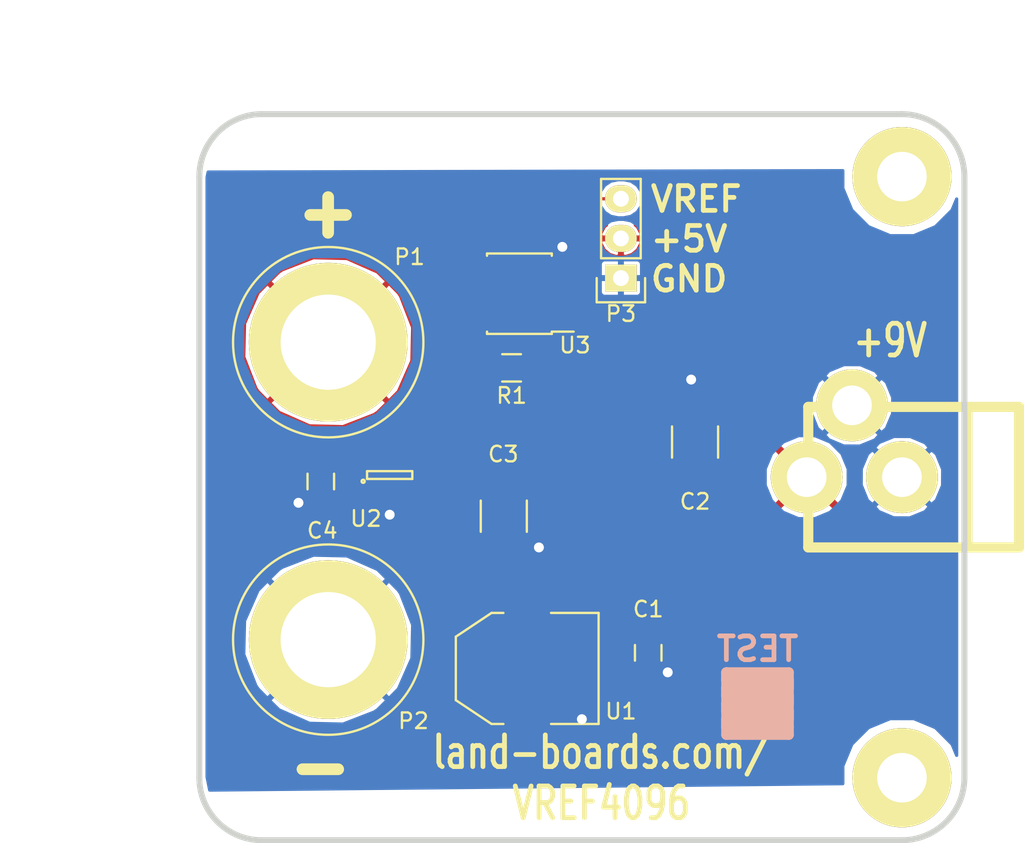
<source format=kicad_pcb>
(kicad_pcb (version 4) (host pcbnew "(after 2015-mar-04 BZR unknown)-product")

  (general
    (links 29)
    (no_connects 0)
    (area -12.882001 -6.7552 53.079001 46.690501)
    (thickness 1.6002)
    (drawings 16)
    (tracks 41)
    (zones 0)
    (modules 15)
    (nets 8)
  )

  (page A)
  (title_block
    (date "28 mar 2015")
    (rev X1)
  )

  (layers
    (0 Front signal)
    (31 Back signal)
    (36 B.SilkS user)
    (37 F.SilkS user)
    (38 B.Mask user)
    (39 F.Mask user)
    (40 Dwgs.User user)
    (44 Edge.Cuts user)
  )

  (setup
    (last_trace_width 0.2032)
    (user_trace_width 0.254)
    (user_trace_width 0.635)
    (trace_clearance 0.254)
    (zone_clearance 0.2032)
    (zone_45_only no)
    (trace_min 0.008)
    (segment_width 0.381)
    (edge_width 0.381)
    (via_size 0.889)
    (via_drill 0.635)
    (via_min_size 0.035)
    (via_min_drill 0.508)
    (uvia_size 0.508)
    (uvia_drill 0.127)
    (uvias_allowed no)
    (uvia_min_size 0.02)
    (uvia_min_drill 0.127)
    (pcb_text_width 0.3048)
    (pcb_text_size 1.524 2.032)
    (mod_edge_width 0.381)
    (mod_text_size 1.524 1.524)
    (mod_text_width 0.3048)
    (pad_size 6.35 6.35)
    (pad_drill 3.175)
    (pad_to_mask_clearance 0.1524)
    (aux_axis_origin 0 0)
    (visible_elements 7FFFFF7F)
    (pcbplotparams
      (layerselection 0x010f0_80000001)
      (usegerberextensions true)
      (excludeedgelayer true)
      (linewidth 0.150000)
      (plotframeref false)
      (viasonmask false)
      (mode 1)
      (useauxorigin false)
      (hpglpennumber 1)
      (hpglpenspeed 20)
      (hpglpendiameter 15)
      (hpglpenoverlay 0)
      (psnegative false)
      (psa4output false)
      (plotreference true)
      (plotvalue false)
      (plotinvisibletext false)
      (padsonsilk false)
      (subtractmaskfromsilk false)
      (outputformat 1)
      (mirror false)
      (drillshape 0)
      (scaleselection 1)
      (outputdirectory plots/))
  )

  (net 0 "")
  (net 1 /GND)
  (net 2 /+9V)
  (net 3 /+5V)
  (net 4 /VOUT)
  (net 5 "Net-(P3-Pad3)")
  (net 6 "Net-(U3-Pad1)")
  (net 7 "Net-(R1-Pad1)")

  (net_class Default "This is the default net class."
    (clearance 0.254)
    (trace_width 0.2032)
    (via_dia 0.889)
    (via_drill 0.635)
    (uvia_dia 0.508)
    (uvia_drill 0.127)
    (add_net /+5V)
    (add_net /+9V)
    (add_net /GND)
    (add_net /VOUT)
    (add_net "Net-(P3-Pad3)")
    (add_net "Net-(R1-Pad1)")
    (add_net "Net-(U3-Pad1)")
  )

  (net_class POWER ""
    (clearance 0.254)
    (trace_width 0.635)
    (via_dia 0.889)
    (via_drill 0.635)
    (uvia_dia 0.508)
    (uvia_drill 0.127)
  )

  (module Capacitors_SMD:C_0805_HandSoldering (layer Front) (tedit 56B8D14F) (tstamp 56B526C9)
    (at 28.75 34.5 270)
    (descr "Capacitor SMD 0805, hand soldering")
    (tags "capacitor 0805")
    (path /56B51233)
    (attr smd)
    (fp_text reference C1 (at -2.794 0 540) (layer F.SilkS)
      (effects (font (size 1 1) (thickness 0.15)))
    )
    (fp_text value 0.1uF (at 0 2.1 270) (layer F.SilkS) hide
      (effects (font (size 1 1) (thickness 0.15)))
    )
    (fp_line (start -2.3 -1) (end 2.3 -1) (layer F.CrtYd) (width 0.05))
    (fp_line (start -2.3 1) (end 2.3 1) (layer F.CrtYd) (width 0.05))
    (fp_line (start -2.3 -1) (end -2.3 1) (layer F.CrtYd) (width 0.05))
    (fp_line (start 2.3 -1) (end 2.3 1) (layer F.CrtYd) (width 0.05))
    (fp_line (start 0.5 -0.85) (end -0.5 -0.85) (layer F.SilkS) (width 0.15))
    (fp_line (start -0.5 0.85) (end 0.5 0.85) (layer F.SilkS) (width 0.15))
    (pad 1 smd rect (at -1.25 0 270) (size 1.5 1.25) (layers Front F.Mask)
      (net 2 /+9V))
    (pad 2 smd rect (at 1.25 0 270) (size 1.5 1.25) (layers Front F.Mask)
      (net 1 /GND))
    (model Capacitors_SMD.3dshapes/C_0805_HandSoldering.wrl
      (at (xyz 0 0 0))
      (scale (xyz 1 1 1))
      (rotate (xyz 0 0 0))
    )
  )

  (module Capacitors_SMD:C_0805_HandSoldering (layer Front) (tedit 56B8B6E4) (tstamp 56B526ED)
    (at 7.78 23.528 270)
    (descr "Capacitor SMD 0805, hand soldering")
    (tags "capacitor 0805")
    (path /56B529B0)
    (attr smd)
    (fp_text reference C4 (at 3.142 -0.094 360) (layer F.SilkS)
      (effects (font (size 1 1) (thickness 0.15)))
    )
    (fp_text value 0.1uF (at 0 2.1 270) (layer F.SilkS) hide
      (effects (font (size 1 1) (thickness 0.15)))
    )
    (fp_line (start -2.3 -1) (end 2.3 -1) (layer F.CrtYd) (width 0.05))
    (fp_line (start -2.3 1) (end 2.3 1) (layer F.CrtYd) (width 0.05))
    (fp_line (start -2.3 -1) (end -2.3 1) (layer F.CrtYd) (width 0.05))
    (fp_line (start 2.3 -1) (end 2.3 1) (layer F.CrtYd) (width 0.05))
    (fp_line (start 0.5 -0.85) (end -0.5 -0.85) (layer F.SilkS) (width 0.15))
    (fp_line (start -0.5 0.85) (end 0.5 0.85) (layer F.SilkS) (width 0.15))
    (pad 1 smd rect (at -1.25 0 270) (size 1.5 1.25) (layers Front F.Mask)
      (net 4 /VOUT))
    (pad 2 smd rect (at 1.25 0 270) (size 1.5 1.25) (layers Front F.Mask)
      (net 1 /GND))
    (model Capacitors_SMD.3dshapes/C_0805_HandSoldering.wrl
      (at (xyz 0 0 0))
      (scale (xyz 1 1 1))
      (rotate (xyz 0 0 0))
    )
  )

  (module DougsNewMods:DCJ-NEW (layer Front) (tedit 56264A86) (tstamp 56B526F9)
    (at 45 23.25 180)
    (descr "DC Pwr, 2.1mm Jack")
    (tags "DC Power jack, 2.1mm")
    (path /56B51094)
    (fp_text reference J1 (at -0.0508 -6.05028 180) (layer F.SilkS) hide
      (effects (font (thickness 0.3048)))
    )
    (fp_text value DCJ0202 (at -6 0 270) (layer F.SilkS) hide
      (effects (font (size 1.016 1.016) (thickness 0.254)))
    )
    (fp_line (start -4.2 4.5) (end -4.2 -4.5) (layer F.SilkS) (width 0.65))
    (fp_line (start -7.5 -4.5) (end -7.5 4.5) (layer F.SilkS) (width 0.65))
    (fp_line (start -7.5 -4.5) (end 6 -4.5) (layer F.SilkS) (width 0.65))
    (fp_line (start 6 -4.5) (end 6 4.5) (layer F.SilkS) (width 0.65))
    (fp_line (start -7.5 4.5) (end 6 4.5) (layer F.SilkS) (width 0.65))
    (pad 2 thru_hole circle (at 0 0 180) (size 4.6 4.6) (drill 2.54) (layers *.Cu *.Mask F.SilkS)
      (net 1 /GND))
    (pad 1 thru_hole circle (at 6.1 0 180) (size 4.6 4.6) (drill 2.54) (layers *.Cu *.Mask F.SilkS)
      (net 2 /+9V))
    (pad 3 thru_hole circle (at 3.2 4.6 180) (size 4.6 4.6) (drill 2.54) (layers *.Cu *.Mask F.SilkS)
      (net 1 /GND))
    (model connectors/POWER_21.wrl
      (at (xyz 0 0 0))
      (scale (xyz 0.8 0.8 0.8))
      (rotate (xyz 0 0 0))
    )
  )

  (module TO_SOT_Packages_SMD:SOT-223 (layer Front) (tedit 56BE9CE7) (tstamp 56B52709)
    (at 21 35.5 90)
    (descr "module CMS SOT223 4 pins")
    (tags "CMS SOT")
    (path /56B510EF)
    (attr smd)
    (fp_text reference U1 (at -2.75 6 180) (layer F.SilkS)
      (effects (font (size 1 1) (thickness 0.15)))
    )
    (fp_text value AP1117 (at 0 0.762 90) (layer F.SilkS) hide
      (effects (font (size 1 1) (thickness 0.15)))
    )
    (fp_line (start -3.556 1.524) (end -3.556 4.572) (layer F.SilkS) (width 0.15))
    (fp_line (start -3.556 4.572) (end 3.556 4.572) (layer F.SilkS) (width 0.15))
    (fp_line (start 3.556 4.572) (end 3.556 1.524) (layer F.SilkS) (width 0.15))
    (fp_line (start -3.556 -1.524) (end -3.556 -2.286) (layer F.SilkS) (width 0.15))
    (fp_line (start -3.556 -2.286) (end -2.032 -4.572) (layer F.SilkS) (width 0.15))
    (fp_line (start -2.032 -4.572) (end 2.032 -4.572) (layer F.SilkS) (width 0.15))
    (fp_line (start 2.032 -4.572) (end 3.556 -2.286) (layer F.SilkS) (width 0.15))
    (fp_line (start 3.556 -2.286) (end 3.556 -1.524) (layer F.SilkS) (width 0.15))
    (pad 4 smd rect (at 0 -3.302 90) (size 3.6576 2.032) (layers Front F.Mask)
      (net 3 /+5V))
    (pad 2 smd rect (at 0 3.302 90) (size 1.016 2.032) (layers Front F.Mask)
      (net 3 /+5V))
    (pad 3 smd rect (at 2.286 3.302 90) (size 1.016 2.032) (layers Front F.Mask)
      (net 2 /+9V))
    (pad 1 smd rect (at -2.286 3.302 90) (size 1.016 2.032) (layers Front F.Mask)
      (net 1 /GND))
    (model TO_SOT_Packages_SMD.3dshapes/SOT-223.wrl
      (at (xyz 0 0 0))
      (scale (xyz 0.4 0.4 0.4))
      (rotate (xyz 0 0 0))
    )
  )

  (module TO_SOT_Packages_SMD:SOT-23-6 (layer Front) (tedit 56B8D165) (tstamp 56B52718)
    (at 12.192 23.114 90)
    (descr "6-pin SOT-23 package")
    (tags SOT-23-6)
    (path /56B520B2)
    (attr smd)
    (fp_text reference U2 (at -2.794 -1.524 180) (layer F.SilkS)
      (effects (font (size 1 1) (thickness 0.15)))
    )
    (fp_text value ADR34XX (at 0 2.9 90) (layer F.SilkS) hide
      (effects (font (size 1 1) (thickness 0.15)))
    )
    (fp_circle (center -0.4 -1.7) (end -0.3 -1.7) (layer F.SilkS) (width 0.15))
    (fp_line (start 0.25 -1.45) (end -0.25 -1.45) (layer F.SilkS) (width 0.15))
    (fp_line (start 0.25 1.45) (end 0.25 -1.45) (layer F.SilkS) (width 0.15))
    (fp_line (start -0.25 1.45) (end 0.25 1.45) (layer F.SilkS) (width 0.15))
    (fp_line (start -0.25 -1.45) (end -0.25 1.45) (layer F.SilkS) (width 0.15))
    (pad 1 smd rect (at -1.1 -0.95 90) (size 1.06 0.65) (layers Front F.Mask)
      (net 1 /GND))
    (pad 2 smd rect (at -1.1 0 90) (size 1.06 0.65) (layers Front F.Mask)
      (net 1 /GND))
    (pad 3 smd rect (at -1.1 0.95 90) (size 1.06 0.65) (layers Front F.Mask)
      (net 3 /+5V))
    (pad 4 smd rect (at 1.1 0.95 90) (size 1.06 0.65) (layers Front F.Mask)
      (net 3 /+5V))
    (pad 6 smd rect (at 1.1 -0.95 90) (size 1.06 0.65) (layers Front F.Mask)
      (net 4 /VOUT))
    (pad 5 smd rect (at 1.1 0 90) (size 1.06 0.65) (layers Front F.Mask)
      (net 4 /VOUT))
    (model TO_SOT_Packages_SMD.3dshapes/SOT-23-6.wrl
      (at (xyz 0 0 0))
      (scale (xyz 1 1 1))
      (rotate (xyz 0 0 0))
    )
  )

  (module Connect:Banana_Jack_1Pin (layer Front) (tedit 56B8B679) (tstamp 56B8A1B3)
    (at 8.255 14.605)
    (descr "Single banana socket, footprint - 6mm drill")
    (tags "banana socket")
    (path /56B8A2AE)
    (clearance 0.3048)
    (fp_text reference P1 (at 5.207 -5.461) (layer F.SilkS)
      (effects (font (size 1 1) (thickness 0.15)))
    )
    (fp_text value CONN_01X01 (at 0.762 -8.382) (layer F.SilkS) hide
      (effects (font (size 1 1) (thickness 0.15)))
    )
    (fp_circle (center 0 0) (end 0 -6.096) (layer F.SilkS) (width 0.15))
    (pad 1 thru_hole circle (at 0 0) (size 10.16 10.16) (drill 6.096) (layers *.Cu *.Mask F.SilkS)
      (net 4 /VOUT))
    (model Connect.3dshapes/Banana_Jack_1Pin.wrl
      (at (xyz 0 0 0))
      (scale (xyz 2 2 2))
      (rotate (xyz 0 0 0))
    )
  )

  (module Connect:Banana_Jack_1Pin (layer Front) (tedit 56B8B674) (tstamp 56B8A1B9)
    (at 8.255 33.655)
    (descr "Single banana socket, footprint - 6mm drill")
    (tags "banana socket")
    (path /56B8A2F0)
    (clearance 0.3048)
    (fp_text reference P2 (at 5.461 5.207) (layer F.SilkS)
      (effects (font (size 1 1) (thickness 0.15)))
    )
    (fp_text value CONN_01X01 (at 0.762 -8.382) (layer F.SilkS) hide
      (effects (font (size 1 1) (thickness 0.15)))
    )
    (fp_circle (center 0 0) (end 0 -6.096) (layer F.SilkS) (width 0.15))
    (pad 1 thru_hole circle (at 0 0) (size 10.16 10.16) (drill 6.096) (layers *.Cu *.Mask F.SilkS)
      (net 1 /GND))
    (model Connect.3dshapes/Banana_Jack_1Pin.wrl
      (at (xyz 0 0 0))
      (scale (xyz 2 2 2))
      (rotate (xyz 0 0 0))
    )
  )

  (module Resistors_SMD:R_1210_HandSoldering (layer Front) (tedit 56B8D153) (tstamp 56B8A6D8)
    (at 31.75 21 90)
    (descr "Resistor SMD 1210, hand soldering")
    (tags "resistor 1210")
    (path /56B51134)
    (attr smd)
    (fp_text reference C2 (at -3.81 0 180) (layer F.SilkS)
      (effects (font (size 1 1) (thickness 0.15)))
    )
    (fp_text value 10uF (at 0 2.7 90) (layer F.SilkS) hide
      (effects (font (size 1 1) (thickness 0.15)))
    )
    (fp_line (start -3.3 -1.6) (end 3.3 -1.6) (layer F.CrtYd) (width 0.05))
    (fp_line (start -3.3 1.6) (end 3.3 1.6) (layer F.CrtYd) (width 0.05))
    (fp_line (start -3.3 -1.6) (end -3.3 1.6) (layer F.CrtYd) (width 0.05))
    (fp_line (start 3.3 -1.6) (end 3.3 1.6) (layer F.CrtYd) (width 0.05))
    (fp_line (start 1 1.475) (end -1 1.475) (layer F.SilkS) (width 0.15))
    (fp_line (start -1 -1.475) (end 1 -1.475) (layer F.SilkS) (width 0.15))
    (pad 1 smd rect (at -2 0 90) (size 2 2.5) (layers Front F.Mask)
      (net 2 /+9V))
    (pad 2 smd rect (at 2 0 90) (size 2 2.5) (layers Front F.Mask)
      (net 1 /GND))
    (model Resistors_SMD.3dshapes/R_1210_HandSoldering.wrl
      (at (xyz 0 0 0))
      (scale (xyz 1 1 1))
      (rotate (xyz 0 0 0))
    )
  )

  (module Resistors_SMD:R_1210_HandSoldering (layer Front) (tedit 56B8B6DB) (tstamp 56B8A6E3)
    (at 19.5 25.75 270)
    (descr "Resistor SMD 1210, hand soldering")
    (tags "resistor 1210")
    (path /56B51414)
    (attr smd)
    (fp_text reference C3 (at -3.97 0.033 360) (layer F.SilkS)
      (effects (font (size 1 1) (thickness 0.15)))
    )
    (fp_text value 10uF (at 0 2.7 270) (layer F.SilkS) hide
      (effects (font (size 1 1) (thickness 0.15)))
    )
    (fp_line (start -3.3 -1.6) (end 3.3 -1.6) (layer F.CrtYd) (width 0.05))
    (fp_line (start -3.3 1.6) (end 3.3 1.6) (layer F.CrtYd) (width 0.05))
    (fp_line (start -3.3 -1.6) (end -3.3 1.6) (layer F.CrtYd) (width 0.05))
    (fp_line (start 3.3 -1.6) (end 3.3 1.6) (layer F.CrtYd) (width 0.05))
    (fp_line (start 1 1.475) (end -1 1.475) (layer F.SilkS) (width 0.15))
    (fp_line (start -1 -1.475) (end 1 -1.475) (layer F.SilkS) (width 0.15))
    (pad 1 smd rect (at -2 0 270) (size 2 2.5) (layers Front F.Mask)
      (net 3 /+5V))
    (pad 2 smd rect (at 2 0 270) (size 2 2.5) (layers Front F.Mask)
      (net 1 /GND))
    (model Resistors_SMD.3dshapes/R_1210_HandSoldering.wrl
      (at (xyz 0 0 0))
      (scale (xyz 1 1 1))
      (rotate (xyz 0 0 0))
    )
  )

  (module Pin_Headers:Pin_Header_Straight_1x03 (layer Front) (tedit 56B8D158) (tstamp 56B8BFF7)
    (at 27 10.5 180)
    (descr "Through hole pin header")
    (tags "pin header")
    (path /56B8BA20)
    (fp_text reference P3 (at 0 -2.286 180) (layer F.SilkS)
      (effects (font (size 1 1) (thickness 0.15)))
    )
    (fp_text value CONN_01X03 (at 0 -3.1 180) (layer F.SilkS) hide
      (effects (font (size 1 1) (thickness 0.15)))
    )
    (fp_line (start -1.75 -1.75) (end -1.75 6.85) (layer F.CrtYd) (width 0.05))
    (fp_line (start 1.75 -1.75) (end 1.75 6.85) (layer F.CrtYd) (width 0.05))
    (fp_line (start -1.75 -1.75) (end 1.75 -1.75) (layer F.CrtYd) (width 0.05))
    (fp_line (start -1.75 6.85) (end 1.75 6.85) (layer F.CrtYd) (width 0.05))
    (fp_line (start -1.27 1.27) (end -1.27 6.35) (layer F.SilkS) (width 0.15))
    (fp_line (start -1.27 6.35) (end 1.27 6.35) (layer F.SilkS) (width 0.15))
    (fp_line (start 1.27 6.35) (end 1.27 1.27) (layer F.SilkS) (width 0.15))
    (fp_line (start 1.55 -1.55) (end 1.55 0) (layer F.SilkS) (width 0.15))
    (fp_line (start 1.27 1.27) (end -1.27 1.27) (layer F.SilkS) (width 0.15))
    (fp_line (start -1.55 0) (end -1.55 -1.55) (layer F.SilkS) (width 0.15))
    (fp_line (start -1.55 -1.55) (end 1.55 -1.55) (layer F.SilkS) (width 0.15))
    (pad 1 thru_hole rect (at 0 0 180) (size 2.032 1.7272) (drill 1.016) (layers *.Cu *.Mask F.SilkS)
      (net 1 /GND))
    (pad 2 thru_hole oval (at 0 2.54 180) (size 2.032 1.7272) (drill 1.016) (layers *.Cu *.Mask F.SilkS)
      (net 3 /+5V))
    (pad 3 thru_hole oval (at 0 5.08 180) (size 2.032 1.7272) (drill 1.016) (layers *.Cu *.Mask F.SilkS)
      (net 5 "Net-(P3-Pad3)"))
    (model Pin_Headers.3dshapes/Pin_Header_Straight_1x03.wrl
      (at (xyz 0 -0.1 0))
      (scale (xyz 1 1 1))
      (rotate (xyz 0 0 90))
    )
  )

  (module Housings_SOIC:SOIC-8_3.9x4.9mm_Pitch1.27mm (layer Front) (tedit 56B8D15B) (tstamp 56B8C00E)
    (at 20.5 11.5 180)
    (descr "8-Lead Plastic Small Outline (SN) - Narrow, 3.90 mm Body [SOIC] (see Microchip Packaging Specification 00000049BS.pdf)")
    (tags "SOIC 1.27")
    (path /56B8C54F)
    (attr smd)
    (fp_text reference U3 (at -3.556 -3.302 180) (layer F.SilkS)
      (effects (font (size 1 1) (thickness 0.15)))
    )
    (fp_text value MCP6002 (at 0 3.5 180) (layer F.SilkS) hide
      (effects (font (size 1 1) (thickness 0.15)))
    )
    (fp_line (start -3.75 -2.75) (end -3.75 2.75) (layer F.CrtYd) (width 0.05))
    (fp_line (start 3.75 -2.75) (end 3.75 2.75) (layer F.CrtYd) (width 0.05))
    (fp_line (start -3.75 -2.75) (end 3.75 -2.75) (layer F.CrtYd) (width 0.05))
    (fp_line (start -3.75 2.75) (end 3.75 2.75) (layer F.CrtYd) (width 0.05))
    (fp_line (start -2.075 -2.575) (end -2.075 -2.43) (layer F.SilkS) (width 0.15))
    (fp_line (start 2.075 -2.575) (end 2.075 -2.43) (layer F.SilkS) (width 0.15))
    (fp_line (start 2.075 2.575) (end 2.075 2.43) (layer F.SilkS) (width 0.15))
    (fp_line (start -2.075 2.575) (end -2.075 2.43) (layer F.SilkS) (width 0.15))
    (fp_line (start -2.075 -2.575) (end 2.075 -2.575) (layer F.SilkS) (width 0.15))
    (fp_line (start -2.075 2.575) (end 2.075 2.575) (layer F.SilkS) (width 0.15))
    (fp_line (start -2.075 -2.43) (end -3.475 -2.43) (layer F.SilkS) (width 0.15))
    (pad 1 smd rect (at -2.7 -1.905 180) (size 1.55 0.6) (layers Front F.Mask)
      (net 6 "Net-(U3-Pad1)"))
    (pad 2 smd rect (at -2.7 -0.635 180) (size 1.55 0.6) (layers Front F.Mask)
      (net 6 "Net-(U3-Pad1)"))
    (pad 3 smd rect (at -2.7 0.635 180) (size 1.55 0.6) (layers Front F.Mask)
      (net 7 "Net-(R1-Pad1)"))
    (pad 4 smd rect (at -2.7 1.905 180) (size 1.55 0.6) (layers Front F.Mask)
      (net 1 /GND))
    (pad 5 smd rect (at 2.7 1.905 180) (size 1.55 0.6) (layers Front F.Mask)
      (net 4 /VOUT))
    (pad 6 smd rect (at 2.7 0.635 180) (size 1.55 0.6) (layers Front F.Mask)
      (net 5 "Net-(P3-Pad3)"))
    (pad 7 smd rect (at 2.7 -0.635 180) (size 1.55 0.6) (layers Front F.Mask)
      (net 5 "Net-(P3-Pad3)"))
    (pad 8 smd rect (at 2.7 -1.905 180) (size 1.55 0.6) (layers Front F.Mask)
      (net 3 /+5V))
    (model Housings_SOIC.3dshapes/SOIC-8_3.9x4.9mm_Pitch1.27mm.wrl
      (at (xyz 0 0 0))
      (scale (xyz 1 1 1))
      (rotate (xyz 0 0 0))
    )
  )

  (module Resistors_SMD:R_0805_HandSoldering (layer Front) (tedit 56B8D15F) (tstamp 56B8C2A2)
    (at 20 16.25 180)
    (descr "Resistor SMD 0805, hand soldering")
    (tags "resistor 0805")
    (path /56B8CB36)
    (attr smd)
    (fp_text reference R1 (at 0 -1.778 180) (layer F.SilkS)
      (effects (font (size 1 1) (thickness 0.15)))
    )
    (fp_text value 10K (at 0 2.1 180) (layer F.SilkS) hide
      (effects (font (size 1 1) (thickness 0.15)))
    )
    (fp_line (start -2.4 -1) (end 2.4 -1) (layer F.CrtYd) (width 0.05))
    (fp_line (start -2.4 1) (end 2.4 1) (layer F.CrtYd) (width 0.05))
    (fp_line (start -2.4 -1) (end -2.4 1) (layer F.CrtYd) (width 0.05))
    (fp_line (start 2.4 -1) (end 2.4 1) (layer F.CrtYd) (width 0.05))
    (fp_line (start 0.6 0.875) (end -0.6 0.875) (layer F.SilkS) (width 0.15))
    (fp_line (start -0.6 -0.875) (end 0.6 -0.875) (layer F.SilkS) (width 0.15))
    (pad 1 smd rect (at -1.35 0 180) (size 1.5 1.3) (layers Front F.Mask)
      (net 7 "Net-(R1-Pad1)"))
    (pad 2 smd rect (at 1.35 0 180) (size 1.5 1.3) (layers Front F.Mask)
      (net 3 /+5V))
    (model Resistors_SMD.3dshapes/R_0805_HandSoldering.wrl
      (at (xyz 0 0 0))
      (scale (xyz 1 1 1))
      (rotate (xyz 0 0 0))
    )
  )

  (module DougsNewMods:TEST_BLK-REAR (layer Front) (tedit 56BE8DF5) (tstamp 56BE8C36)
    (at 35.75 37.75)
    (path /56B8ED27)
    (fp_text reference TEST (at 0 -3.5) (layer B.SilkS)
      (effects (font (thickness 0.3048)) (justify mirror))
    )
    (fp_text value COUPON (at 0 4) (layer F.SilkS) hide
      (effects (font (thickness 0.3048)))
    )
    (fp_line (start -2 -2) (end 2 -2) (layer B.SilkS) (width 0.65))
    (fp_line (start 2 -2) (end 2 2) (layer B.SilkS) (width 0.65))
    (fp_line (start 2 2) (end -2 2) (layer B.SilkS) (width 0.65))
    (fp_line (start -2 2) (end -2 -2) (layer B.SilkS) (width 0.65))
    (fp_line (start -2 -2) (end -2 -1.5) (layer B.SilkS) (width 0.65))
    (fp_line (start -2 -1.5) (end 2 -1.5) (layer B.SilkS) (width 0.65))
    (fp_line (start 2 -1.5) (end 2 -1) (layer B.SilkS) (width 0.65))
    (fp_line (start 2 -1) (end -2 -1) (layer B.SilkS) (width 0.65))
    (fp_line (start -2 -1) (end -2 -0.5) (layer B.SilkS) (width 0.65))
    (fp_line (start -2 -0.5) (end 2 -0.5) (layer B.SilkS) (width 0.65))
    (fp_line (start 2 -0.5) (end 2 0) (layer B.SilkS) (width 0.65))
    (fp_line (start 2 0) (end -2 0) (layer B.SilkS) (width 0.65))
    (fp_line (start -2 0) (end -2 0.5) (layer B.SilkS) (width 0.65))
    (fp_line (start -2 0.5) (end 1.5 0.5) (layer B.SilkS) (width 0.65))
    (fp_line (start 1.5 0.5) (end 2 0.5) (layer B.SilkS) (width 0.65))
    (fp_line (start 2 0.5) (end 2 1) (layer B.SilkS) (width 0.65))
    (fp_line (start 2 1) (end -2 1) (layer B.SilkS) (width 0.65))
    (fp_line (start -2 1) (end -2 1.5) (layer B.SilkS) (width 0.65))
    (fp_line (start -2 1.5) (end 2 1.5) (layer B.SilkS) (width 0.65))
  )

  (module dougsLib:MTG-4-40 (layer Front) (tedit 53F3AE25) (tstamp 56BEA4AE)
    (at 45 4)
    (path /56BE9837)
    (fp_text reference MTG?1 (at -6.858 -0.635) (layer F.SilkS) hide
      (effects (font (thickness 0.3048)))
    )
    (fp_text value MTG_HOLE (at 0 -5.08) (layer F.SilkS) hide
      (effects (font (thickness 0.3048)))
    )
    (pad 1 thru_hole circle (at 0 0) (size 6.35 6.35) (drill 3.175) (layers *.Cu *.Mask F.SilkS)
      (clearance 0.508))
  )

  (module dougsLib:MTG-4-40 (layer Front) (tedit 53F3AE25) (tstamp 56BEA4B3)
    (at 45 42.5)
    (path /56BE9872)
    (fp_text reference MTG?2 (at -6.858 -0.635) (layer F.SilkS) hide
      (effects (font (thickness 0.3048)))
    )
    (fp_text value MTG_HOLE (at 0 -5.08) (layer F.SilkS) hide
      (effects (font (thickness 0.3048)))
    )
    (pad 1 thru_hole circle (at 0 0) (size 6.35 6.35) (drill 3.175) (layers *.Cu *.Mask F.SilkS)
      (clearance 0.508))
  )

  (dimension 6.5 (width 0.3048) (layer Dwgs.User)
    (gr_text "6.500 mm" (at 8.25 9.8744) (layer Dwgs.User)
      (effects (font (size 2.032 1.524) (thickness 0.3048)))
    )
    (feature1 (pts (xy 11.5 14.5) (xy 11.5 8.2488)))
    (feature2 (pts (xy 5 14.5) (xy 5 8.2488)))
    (crossbar (pts (xy 5 11.5) (xy 11.5 11.5)))
    (arrow1a (pts (xy 11.5 11.5) (xy 10.373496 12.086421)))
    (arrow1b (pts (xy 11.5 11.5) (xy 10.373496 10.913579)))
    (arrow2a (pts (xy 5 11.5) (xy 6.126504 12.086421)))
    (arrow2b (pts (xy 5 11.5) (xy 6.126504 10.913579)))
  )
  (gr_text - (at 7.75 41.75) (layer F.SilkS)
    (effects (font (size 3 3) (thickness 0.75)))
  )
  (gr_text + (at 8.25 6.25) (layer F.SilkS)
    (effects (font (size 3 3) (thickness 0.75)))
  )
  (dimension 49 (width 0.3048) (layer Dwgs.User)
    (gr_text "49.000 mm" (at 24.5 -4.8756) (layer Dwgs.User)
      (effects (font (size 2.032 1.524) (thickness 0.3048)))
    )
    (feature1 (pts (xy 49 4.25) (xy 49 -6.5012)))
    (feature2 (pts (xy 0 4.25) (xy 0 -6.5012)))
    (crossbar (pts (xy 0 -3.25) (xy 49 -3.25)))
    (arrow1a (pts (xy 49 -3.25) (xy 47.873496 -2.663579)))
    (arrow1b (pts (xy 49 -3.25) (xy 47.873496 -3.836421)))
    (arrow2a (pts (xy 0 -3.25) (xy 1.126504 -2.663579)))
    (arrow2b (pts (xy 0 -3.25) (xy 1.126504 -3.836421)))
  )
  (gr_line (start 4 46.5) (end 45 46.5) (angle 90) (layer Edge.Cuts) (width 0.381))
  (gr_line (start 45 0) (end 4 0) (angle 90) (layer Edge.Cuts) (width 0.381))
  (gr_text "VREF\n+5V\nGND" (at 28.75 8) (layer F.SilkS)
    (effects (font (size 1.5875 1.5875) (thickness 0.3048)) (justify left))
  )
  (dimension 46.5 (width 0.3048) (layer Dwgs.User)
    (gr_text "46.500 mm" (at -6.1256 23.25 90) (layer Dwgs.User)
      (effects (font (size 2.032 1.524) (thickness 0.3048)))
    )
    (feature1 (pts (xy 5 0) (xy -7.7512 0)))
    (feature2 (pts (xy 5 46.5) (xy -7.7512 46.5)))
    (crossbar (pts (xy -4.5 46.5) (xy -4.5 0)))
    (arrow1a (pts (xy -4.5 0) (xy -3.913579 1.126504)))
    (arrow1b (pts (xy -4.5 0) (xy -5.086421 1.126504)))
    (arrow2a (pts (xy -4.5 46.5) (xy -3.913579 45.373496)))
    (arrow2b (pts (xy -4.5 46.5) (xy -5.086421 45.373496)))
  )
  (gr_line (start 0 4) (end 0 42.5) (angle 90) (layer Edge.Cuts) (width 0.381))
  (gr_line (start 49 42.5) (end 49 4) (angle 90) (layer Edge.Cuts) (width 0.381))
  (gr_arc (start 4 42.5) (end 4 46.5) (angle 90) (layer Edge.Cuts) (width 0.381))
  (gr_arc (start 45 42.5) (end 49 42.5) (angle 90) (layer Edge.Cuts) (width 0.381))
  (gr_text +9V (at 44.25 14.5) (layer F.SilkS)
    (effects (font (size 2.032 1.524) (thickness 0.3048)))
  )
  (gr_text "land-boards.com/\nVREF4096" (at 25.75 42.5) (layer F.SilkS)
    (effects (font (size 2.032 1.524) (thickness 0.3048)))
  )
  (gr_arc (start 45 4) (end 45 0) (angle 90) (layer Edge.Cuts) (width 0.381))
  (gr_arc (start 4 4) (end 0 4) (angle 90) (layer Edge.Cuts) (width 0.381))

  (segment (start 6.464 24.778) (end 6.35 24.892) (width 0.254) (layer Front) (net 1) (tstamp 56B8A42B))
  (via (at 6.35 24.892) (size 0.889) (layers Front Back) (net 1))
  (segment (start 7.78 24.778) (end 6.464 24.778) (width 0.254) (layer Front) (net 1) (status 10))
  (segment (start 11.242 25.588) (end 11.308 25.654) (width 0.254) (layer Front) (net 1) (tstamp 56B8A436))
  (segment (start 11.308 25.654) (end 12.192 25.654) (width 0.254) (layer Front) (net 1) (tstamp 56B8A437))
  (segment (start 12.192 25.654) (end 12.192 24.214) (width 0.254) (layer Front) (net 1) (status 20))
  (via (at 12.192 25.654) (size 0.889) (layers Front Back) (net 1))
  (segment (start 11.242 24.214) (end 11.242 25.588) (width 0.254) (layer Front) (net 1) (status 10))
  (segment (start 24.302 37.786) (end 24.302 37.802) (width 0.2032) (layer Front) (net 1) (status 30))
  (segment (start 23.2 8.55) (end 23.25 8.5) (width 0.2032) (layer Front) (net 1) (tstamp 56BE9154))
  (via (at 23.25 8.5) (size 0.889) (drill 0.635) (layers Front Back) (net 1))
  (segment (start 23.2 9.595) (end 23.2 8.55) (width 0.2032) (layer Front) (net 1) (status 10))
  (via (at 21.75 27.75) (size 0.889) (drill 0.635) (layers Front Back) (net 1))
  (segment (start 19.5 27.75) (end 21.75 27.75) (width 0.635) (layer Front) (net 1))
  (segment (start 24.302 38.552) (end 24.5 38.75) (width 0.635) (layer Front) (net 1) (tstamp 56BEA51E))
  (via (at 24.5 38.75) (size 0.889) (drill 0.635) (layers Front Back) (net 1))
  (segment (start 24.302 37.786) (end 24.302 38.552) (width 0.635) (layer Front) (net 1))
  (via (at 30 35.75) (size 0.889) (drill 0.635) (layers Front Back) (net 1))
  (segment (start 28.75 35.75) (end 30 35.75) (width 0.635) (layer Front) (net 1))
  (segment (start 31.75 17.25) (end 31.5 17) (width 0.635) (layer Front) (net 1) (tstamp 56BEA532))
  (via (at 31.5 17) (size 0.889) (drill 0.635) (layers Front Back) (net 1))
  (segment (start 31.75 19) (end 31.75 17.25) (width 0.635) (layer Front) (net 1))
  (segment (start 24.302 33.214) (end 24.214 33.214) (width 0.2032) (layer Front) (net 2) (status 30))
  (segment (start 10.033 12.827) (end 8.255 14.605) (width 0.2032) (layer Front) (net 4) (tstamp 56B8C3D9) (status 30))
  (segment (start 19.615 12.135) (end 20 11.75) (width 0.2032) (layer Front) (net 5) (tstamp 56BE9145))
  (segment (start 20 11.75) (end 20 11) (width 0.2032) (layer Front) (net 5) (tstamp 56BE9146))
  (segment (start 20 11) (end 19.865 10.865) (width 0.2032) (layer Front) (net 5) (tstamp 56BE9147))
  (segment (start 19.865 10.865) (end 17.8 10.865) (width 0.2032) (layer Front) (net 5) (tstamp 56BE9148) (status 20))
  (segment (start 17.8 12.135) (end 19.615 12.135) (width 0.2032) (layer Front) (net 5) (status 10))
  (segment (start 20 7.25) (end 21.83 5.42) (width 0.2032) (layer Front) (net 5) (tstamp 56BE914A))
  (segment (start 21.83 5.42) (end 27 5.42) (width 0.2032) (layer Front) (net 5) (tstamp 56BE914C) (status 20))
  (segment (start 20 11) (end 20 7.25) (width 0.2032) (layer Front) (net 5))
  (segment (start 24.595 13.405) (end 24.75 13.25) (width 0.2032) (layer Front) (net 6) (tstamp 56BEA53A))
  (segment (start 24.75 13.25) (end 24.75 12.5) (width 0.2032) (layer Front) (net 6) (tstamp 56BEA53B))
  (segment (start 24.75 12.5) (end 24.385 12.135) (width 0.2032) (layer Front) (net 6) (tstamp 56BEA53C))
  (segment (start 24.385 12.135) (end 23.2 12.135) (width 0.2032) (layer Front) (net 6) (tstamp 56BEA53D))
  (segment (start 23.2 13.405) (end 24.595 13.405) (width 0.2032) (layer Front) (net 6))
  (segment (start 21.35 16.25) (end 21.35 14.75) (width 0.2032) (layer Front) (net 7) (status 10))
  (segment (start 21.35 11.4) (end 21.885 10.865) (width 0.2032) (layer Front) (net 7) (tstamp 56BEA541))
  (segment (start 21.885 10.865) (end 23.2 10.865) (width 0.2032) (layer Front) (net 7) (tstamp 56BEA542))
  (segment (start 21.35 14.75) (end 21.35 11.4) (width 0.2032) (layer Front) (net 7))

  (zone (net 3) (net_name /+5V) (layer Front) (tstamp 56B8A351) (hatch edge 0.508)
    (connect_pads (clearance 0.2032))
    (min_thickness 0.2032)
    (fill yes (arc_segments 16) (thermal_gap 0.2032) (thermal_bridge_width 0.381))
    (polygon
      (pts
        (xy 12.954 20.066) (xy 15.24 14.986) (xy 15.25 11) (xy 20.25 11) (xy 20.25 7)
        (xy 30.75 7) (xy 30.75 15.75) (xy 25.75 15.75) (xy 25.75 28) (xy 21.75 29.5)
        (xy 21.75 34.75) (xy 27.25 34.75) (xy 27.25 41.25) (xy 15.24 41.148) (xy 15.24 32.512)
        (xy 12.954 25.4)
      )
    )
    (filled_polygon
      (pts
        (xy 25.937722 7.220444) (xy 25.723967 7.624935) (xy 25.710837 7.689946) (xy 25.759024 7.8711) (xy 26.9111 7.8711)
        (xy 26.9111 7.8511) (xy 27.0889 7.8511) (xy 27.0889 7.8711) (xy 28.240976 7.8711) (xy 28.289163 7.689946)
        (xy 28.276033 7.624935) (xy 28.062278 7.220444) (xy 27.918853 7.1016) (xy 30.6484 7.1016) (xy 30.6484 15.6484)
        (xy 25.75 15.6484) (xy 25.710472 15.656405) (xy 25.677172 15.679157) (xy 25.655348 15.713073) (xy 25.6484 15.75)
        (xy 25.6484 27.929591) (xy 21.714326 29.404869) (xy 21.680125 29.426243) (xy 21.656935 29.459239) (xy 21.6484 29.5)
        (xy 21.6484 34.75) (xy 21.656405 34.789528) (xy 21.679157 34.822828) (xy 21.713073 34.844652) (xy 21.75 34.8516)
        (xy 23.014243 34.8516) (xy 22.9812 34.931372) (xy 22.9812 35.3349) (xy 23.0574 35.4111) (xy 24.2131 35.4111)
        (xy 24.2131 35.3911) (xy 24.3909 35.3911) (xy 24.3909 35.4111) (xy 25.5466 35.4111) (xy 25.6228 35.3349)
        (xy 25.6228 34.931372) (xy 25.589757 34.8516) (xy 27.1484 34.8516) (xy 27.1484 41.147534) (xy 15.3416 41.04726)
        (xy 15.3416 35.6651) (xy 16.3772 35.6651) (xy 16.3772 37.389428) (xy 16.423603 37.501455) (xy 16.509344 37.587197)
        (xy 16.621371 37.6336) (xy 17.5329 37.6336) (xy 17.6091 37.5574) (xy 17.6091 35.5889) (xy 17.7869 35.5889)
        (xy 17.7869 37.5574) (xy 17.8631 37.6336) (xy 18.774629 37.6336) (xy 18.886656 37.587197) (xy 18.972397 37.501455)
        (xy 19.0188 37.389428) (xy 19.0188 37.278) (xy 22.923434 37.278) (xy 22.923434 38.294) (xy 22.94823 38.425777)
        (xy 23.02611 38.546807) (xy 23.144942 38.628001) (xy 23.286 38.656566) (xy 23.649699 38.656566) (xy 23.680137 38.809584)
        (xy 23.699822 38.839044) (xy 23.699761 38.908452) (xy 23.821313 39.202628) (xy 24.046188 39.427896) (xy 24.340152 39.549961)
        (xy 24.658452 39.550239) (xy 24.952628 39.428687) (xy 25.177896 39.203812) (xy 25.299961 38.909848) (xy 25.300182 38.656566)
        (xy 25.318 38.656566) (xy 25.449777 38.63177) (xy 25.570807 38.55389) (xy 25.652001 38.435058) (xy 25.680566 38.294)
        (xy 25.680566 37.278) (xy 25.65577 37.146223) (xy 25.57789 37.025193) (xy 25.459058 36.943999) (xy 25.318 36.915434)
        (xy 23.286 36.915434) (xy 23.154223 36.94023) (xy 23.033193 37.01811) (xy 22.951999 37.136942) (xy 22.923434 37.278)
        (xy 19.0188 37.278) (xy 19.0188 35.6651) (xy 22.9812 35.6651) (xy 22.9812 36.068628) (xy 23.027603 36.180655)
        (xy 23.113344 36.266397) (xy 23.225371 36.3128) (xy 24.1369 36.3128) (xy 24.2131 36.2366) (xy 24.2131 35.5889)
        (xy 24.3909 35.5889) (xy 24.3909 36.2366) (xy 24.4671 36.3128) (xy 25.378629 36.3128) (xy 25.490656 36.266397)
        (xy 25.576397 36.180655) (xy 25.6228 36.068628) (xy 25.6228 35.6651) (xy 25.5466 35.5889) (xy 24.3909 35.5889)
        (xy 24.2131 35.5889) (xy 23.0574 35.5889) (xy 22.9812 35.6651) (xy 19.0188 35.6651) (xy 18.9426 35.5889)
        (xy 17.7869 35.5889) (xy 17.6091 35.5889) (xy 16.4534 35.5889) (xy 16.3772 35.6651) (xy 15.3416 35.6651)
        (xy 15.3416 33.610572) (xy 16.3772 33.610572) (xy 16.3772 35.3349) (xy 16.4534 35.4111) (xy 17.6091 35.4111)
        (xy 17.6091 33.4426) (xy 17.7869 33.4426) (xy 17.7869 35.4111) (xy 18.9426 35.4111) (xy 19.0188 35.3349)
        (xy 19.0188 33.610572) (xy 18.972397 33.498545) (xy 18.886656 33.412803) (xy 18.774629 33.3664) (xy 17.8631 33.3664)
        (xy 17.7869 33.4426) (xy 17.6091 33.4426) (xy 17.5329 33.3664) (xy 16.621371 33.3664) (xy 16.509344 33.412803)
        (xy 16.423603 33.498545) (xy 16.3772 33.610572) (xy 15.3416 33.610572) (xy 15.3416 32.512) (xy 15.336726 32.480909)
        (xy 13.494648 26.75) (xy 17.887434 26.75) (xy 17.887434 28.75) (xy 17.91223 28.881777) (xy 17.99011 29.002807)
        (xy 18.108942 29.084001) (xy 18.25 29.112566) (xy 20.75 29.112566) (xy 20.881777 29.08777) (xy 21.002807 29.00989)
        (xy 21.084001 28.891058) (xy 21.112566 28.75) (xy 21.112566 28.4231) (xy 21.2914 28.4231) (xy 21.296188 28.427896)
        (xy 21.590152 28.549961) (xy 21.908452 28.550239) (xy 22.202628 28.428687) (xy 22.427896 28.203812) (xy 22.549961 27.909848)
        (xy 22.550239 27.591548) (xy 22.428687 27.297372) (xy 22.203812 27.072104) (xy 21.909848 26.950039) (xy 21.591548 26.949761)
        (xy 21.297372 27.071313) (xy 21.291775 27.0769) (xy 21.112566 27.0769) (xy 21.112566 26.75) (xy 21.08777 26.618223)
        (xy 21.00989 26.497193) (xy 20.891058 26.415999) (xy 20.75 26.387434) (xy 18.25 26.387434) (xy 18.118223 26.41223)
        (xy 17.997193 26.49011) (xy 17.915999 26.608942) (xy 17.887434 26.75) (xy 13.494648 26.75) (xy 13.0556 25.384073)
        (xy 13.0556 24.3029) (xy 13.2309 24.3029) (xy 13.2309 24.9726) (xy 13.3071 25.0488) (xy 13.527629 25.0488)
        (xy 13.639656 25.002397) (xy 13.725397 24.916655) (xy 13.7718 24.804628) (xy 13.7718 24.3791) (xy 13.6956 24.3029)
        (xy 13.2309 24.3029) (xy 13.0556 24.3029) (xy 13.0556 23.4554) (xy 13.2309 23.4554) (xy 13.2309 24.1251)
        (xy 13.6956 24.1251) (xy 13.7718 24.0489) (xy 13.7718 23.9151) (xy 17.9452 23.9151) (xy 17.9452 24.810628)
        (xy 17.991603 24.922655) (xy 18.077344 25.008397) (xy 18.189371 25.0548) (xy 19.3349 25.0548) (xy 19.4111 24.9786)
        (xy 19.4111 23.8389) (xy 19.5889 23.8389) (xy 19.5889 24.9786) (xy 19.6651 25.0548) (xy 20.810629 25.0548)
        (xy 20.922656 25.008397) (xy 21.008397 24.922655) (xy 21.0548 24.810628) (xy 21.0548 23.9151) (xy 20.9786 23.8389)
        (xy 19.5889 23.8389) (xy 19.4111 23.8389) (xy 18.0214 23.8389) (xy 17.9452 23.9151) (xy 13.7718 23.9151)
        (xy 13.7718 23.623372) (xy 13.725397 23.511345) (xy 13.639656 23.425603) (xy 13.527629 23.3792) (xy 13.3071 23.3792)
        (xy 13.2309 23.4554) (xy 13.0556 23.4554) (xy 13.0556 22.1029) (xy 13.2309 22.1029) (xy 13.2309 22.7726)
        (xy 13.3071 22.8488) (xy 13.527629 22.8488) (xy 13.639656 22.802397) (xy 13.725397 22.716655) (xy 13.736697 22.689372)
        (xy 17.9452 22.689372) (xy 17.9452 23.5849) (xy 18.0214 23.6611) (xy 19.4111 23.6611) (xy 19.4111 22.5214)
        (xy 19.5889 22.5214) (xy 19.5889 23.6611) (xy 20.9786 23.6611) (xy 21.0548 23.5849) (xy 21.0548 22.689372)
        (xy 21.008397 22.577345) (xy 20.922656 22.491603) (xy 20.810629 22.4452) (xy 19.6651 22.4452) (xy 19.5889 22.5214)
        (xy 19.4111 22.5214) (xy 19.3349 22.4452) (xy 18.189371 22.4452) (xy 18.077344 22.491603) (xy 17.991603 22.577345)
        (xy 17.9452 22.689372) (xy 13.736697 22.689372) (xy 13.7718 22.604628) (xy 13.7718 22.1791) (xy 13.6956 22.1029)
        (xy 13.2309 22.1029) (xy 13.0556 22.1029) (xy 13.0556 21.2554) (xy 13.2309 21.2554) (xy 13.2309 21.9251)
        (xy 13.6956 21.9251) (xy 13.7718 21.8489) (xy 13.7718 21.423372) (xy 13.725397 21.311345) (xy 13.639656 21.225603)
        (xy 13.527629 21.1792) (xy 13.3071 21.1792) (xy 13.2309 21.2554) (xy 13.0556 21.2554) (xy 13.0556 20.087806)
        (xy 14.708317 16.4151) (xy 17.5952 16.4151) (xy 17.5952 16.960629) (xy 17.641603 17.072656) (xy 17.727345 17.158397)
        (xy 17.839372 17.2048) (xy 18.4849 17.2048) (xy 18.5611 17.1286) (xy 18.5611 16.3389) (xy 18.7389 16.3389)
        (xy 18.7389 17.1286) (xy 18.8151 17.2048) (xy 19.460628 17.2048) (xy 19.572655 17.158397) (xy 19.658397 17.072656)
        (xy 19.7048 16.960629) (xy 19.7048 16.4151) (xy 19.6286 16.3389) (xy 18.7389 16.3389) (xy 18.5611 16.3389)
        (xy 17.6714 16.3389) (xy 17.5952 16.4151) (xy 14.708317 16.4151) (xy 15.102395 15.539371) (xy 17.5952 15.539371)
        (xy 17.5952 16.0849) (xy 17.6714 16.1611) (xy 18.5611 16.1611) (xy 18.5611 15.3714) (xy 18.7389 15.3714)
        (xy 18.7389 16.1611) (xy 19.6286 16.1611) (xy 19.7048 16.0849) (xy 19.7048 15.6) (xy 20.237434 15.6)
        (xy 20.237434 16.9) (xy 20.26223 17.031777) (xy 20.34011 17.152807) (xy 20.458942 17.234001) (xy 20.6 17.262566)
        (xy 22.1 17.262566) (xy 22.231777 17.23777) (xy 22.352807 17.15989) (xy 22.434001 17.041058) (xy 22.462566 16.9)
        (xy 22.462566 15.6) (xy 22.43777 15.468223) (xy 22.35989 15.347193) (xy 22.241058 15.265999) (xy 22.1 15.237434)
        (xy 21.8072 15.237434) (xy 21.8072 11.589378) (xy 22.074378 11.3222) (xy 22.103589 11.3222) (xy 22.16511 11.417807)
        (xy 22.283942 11.499001) (xy 22.288908 11.500007) (xy 22.172193 11.57511) (xy 22.090999 11.693942) (xy 22.062434 11.835)
        (xy 22.062434 12.435) (xy 22.08723 12.566777) (xy 22.16511 12.687807) (xy 22.283942 12.769001) (xy 22.288908 12.770007)
        (xy 22.172193 12.84511) (xy 22.090999 12.963942) (xy 22.062434 13.105) (xy 22.062434 13.705) (xy 22.08723 13.836777)
        (xy 22.16511 13.957807) (xy 22.283942 14.039001) (xy 22.425 14.067566) (xy 23.975 14.067566) (xy 24.106777 14.04277)
        (xy 24.227807 13.96489) (xy 24.297972 13.8622) (xy 24.595 13.8622) (xy 24.769963 13.827398) (xy 24.918289 13.728289)
        (xy 25.073289 13.573289) (xy 25.172398 13.424963) (xy 25.2072 13.25) (xy 25.2072 12.5) (xy 25.172398 12.325037)
        (xy 25.073289 12.176711) (xy 24.708289 11.811711) (xy 24.559963 11.712602) (xy 24.385 11.6778) (xy 24.296411 11.6778)
        (xy 24.23489 11.582193) (xy 24.116058 11.500999) (xy 24.111092 11.499993) (xy 24.227807 11.42489) (xy 24.309001 11.306058)
        (xy 24.337566 11.165) (xy 24.337566 10.565) (xy 24.31277 10.433223) (xy 24.23489 10.312193) (xy 24.116058 10.230999)
        (xy 24.111092 10.229993) (xy 24.227807 10.15489) (xy 24.309001 10.036058) (xy 24.337566 9.895) (xy 24.337566 9.6364)
        (xy 25.621434 9.6364) (xy 25.621434 11.3636) (xy 25.64623 11.495377) (xy 25.72411 11.616407) (xy 25.842942 11.697601)
        (xy 25.984 11.726166) (xy 28.016 11.726166) (xy 28.147777 11.70137) (xy 28.268807 11.62349) (xy 28.350001 11.504658)
        (xy 28.378566 11.3636) (xy 28.378566 9.6364) (xy 28.35377 9.504623) (xy 28.27589 9.383593) (xy 28.157058 9.302399)
        (xy 28.016 9.273834) (xy 25.984 9.273834) (xy 25.852223 9.29863) (xy 25.731193 9.37651) (xy 25.649999 9.495342)
        (xy 25.621434 9.6364) (xy 24.337566 9.6364) (xy 24.337566 9.295) (xy 24.31277 9.163223) (xy 24.23489 9.042193)
        (xy 24.116058 8.960999) (xy 23.975 8.932434) (xy 23.936773 8.932434) (xy 24.049961 8.659848) (xy 24.050239 8.341548)
        (xy 24.004171 8.230054) (xy 25.710837 8.230054) (xy 25.723967 8.295065) (xy 25.937722 8.699556) (xy 26.289998 8.991456)
        (xy 26.727164 9.126326) (xy 26.9111 9.054607) (xy 26.9111 8.0489) (xy 27.0889 8.0489) (xy 27.0889 9.054607)
        (xy 27.272836 9.126326) (xy 27.710002 8.991456) (xy 28.062278 8.699556) (xy 28.276033 8.295065) (xy 28.289163 8.230054)
        (xy 28.240976 8.0489) (xy 27.0889 8.0489) (xy 26.9111 8.0489) (xy 25.759024 8.0489) (xy 25.710837 8.230054)
        (xy 24.004171 8.230054) (xy 23.928687 8.047372) (xy 23.703812 7.822104) (xy 23.409848 7.700039) (xy 23.091548 7.699761)
        (xy 22.797372 7.821313) (xy 22.572104 8.046188) (xy 22.450039 8.340152) (xy 22.449761 8.658452) (xy 22.562969 8.932434)
        (xy 22.425 8.932434) (xy 22.293223 8.95723) (xy 22.172193 9.03511) (xy 22.090999 9.153942) (xy 22.062434 9.295)
        (xy 22.062434 9.895) (xy 22.08723 10.026777) (xy 22.16511 10.147807) (xy 22.283942 10.229001) (xy 22.288908 10.230007)
        (xy 22.172193 10.30511) (xy 22.102028 10.4078) (xy 21.885 10.4078) (xy 21.710037 10.442602) (xy 21.561711 10.541711)
        (xy 21.026711 11.076711) (xy 20.927602 11.225037) (xy 20.8928 11.4) (xy 20.8928 15.237434) (xy 20.6 15.237434)
        (xy 20.468223 15.26223) (xy 20.347193 15.34011) (xy 20.265999 15.458942) (xy 20.237434 15.6) (xy 19.7048 15.6)
        (xy 19.7048 15.539371) (xy 19.658397 15.427344) (xy 19.572655 15.341603) (xy 19.460628 15.2952) (xy 18.8151 15.2952)
        (xy 18.7389 15.3714) (xy 18.5611 15.3714) (xy 18.4849 15.2952) (xy 17.839372 15.2952) (xy 17.727345 15.341603)
        (xy 17.641603 15.427344) (xy 17.5952 15.539371) (xy 15.102395 15.539371) (xy 15.332651 15.027693) (xy 15.3416 14.986255)
        (xy 15.345152 13.5701) (xy 16.7202 13.5701) (xy 16.7202 13.765629) (xy 16.766603 13.877656) (xy 16.852345 13.963397)
        (xy 16.964372 14.0098) (xy 17.6349 14.0098) (xy 17.7111 13.9336) (xy 17.7111 13.4939) (xy 17.8889 13.4939)
        (xy 17.8889 13.9336) (xy 17.9651 14.0098) (xy 18.635628 14.0098) (xy 18.747655 13.963397) (xy 18.833397 13.877656)
        (xy 18.8798 13.765629) (xy 18.8798 13.5701) (xy 18.8036 13.4939) (xy 17.8889 13.4939) (xy 17.7111 13.4939)
        (xy 16.7964 13.4939) (xy 16.7202 13.5701) (xy 15.345152 13.5701) (xy 15.346471 13.044371) (xy 16.7202 13.044371)
        (xy 16.7202 13.2399) (xy 16.7964 13.3161) (xy 17.7111 13.3161) (xy 17.7111 12.8764) (xy 17.8889 12.8764)
        (xy 17.8889 13.3161) (xy 18.8036 13.3161) (xy 18.8798 13.2399) (xy 18.8798 13.044371) (xy 18.833397 12.932344)
        (xy 18.747655 12.846603) (xy 18.635628 12.8002) (xy 17.9651 12.8002) (xy 17.8889 12.8764) (xy 17.7111 12.8764)
        (xy 17.6349 12.8002) (xy 16.964372 12.8002) (xy 16.852345 12.846603) (xy 16.766603 12.932344) (xy 16.7202 13.044371)
        (xy 15.346471 13.044371) (xy 15.351346 11.1016) (xy 16.662434 11.1016) (xy 16.662434 11.165) (xy 16.68723 11.296777)
        (xy 16.76511 11.417807) (xy 16.883942 11.499001) (xy 16.888908 11.500007) (xy 16.772193 11.57511) (xy 16.690999 11.693942)
        (xy 16.662434 11.835) (xy 16.662434 12.435) (xy 16.68723 12.566777) (xy 16.76511 12.687807) (xy 16.883942 12.769001)
        (xy 17.025 12.797566) (xy 18.575 12.797566) (xy 18.706777 12.77277) (xy 18.827807 12.69489) (xy 18.897972 12.5922)
        (xy 19.615 12.5922) (xy 19.789963 12.557398) (xy 19.938289 12.458289) (xy 20.323289 12.073289) (xy 20.422398 11.924963)
        (xy 20.4572 11.75) (xy 20.4572 7.439378) (xy 20.794978 7.1016) (xy 26.081147 7.1016)
      )
    )
  )
  (zone (net 4) (net_name /VOUT) (layer Front) (tstamp 56B8A3D7) (hatch edge 0.508)
    (connect_pads (clearance 0.2032))
    (min_thickness 0.2032)
    (fill yes (arc_segments 16) (thermal_gap 0.2032) (thermal_bridge_width 0.381))
    (polygon
      (pts
        (xy 0.762 23.114) (xy 12.446 23.114) (xy 12.5 19.75) (xy 14.75 14.75) (xy 14.75 10.5)
        (xy 19.5 10.5) (xy 19.5 6.75) (xy 0.762 6.858)
      )
    )
    (filled_polygon
      (pts
        (xy 19.3984 10.3984) (xy 18.890362 10.3984) (xy 18.83489 10.312193) (xy 18.716058 10.230999) (xy 18.575 10.202434)
        (xy 17.025 10.202434) (xy 16.893223 10.22723) (xy 16.772193 10.30511) (xy 16.708451 10.3984) (xy 14.75 10.3984)
        (xy 14.710472 10.406405) (xy 14.677172 10.429157) (xy 14.655348 10.463073) (xy 14.6484 10.5) (xy 14.6484 14.728194)
        (xy 12.407349 19.708307) (xy 12.398413 19.748369) (xy 12.375445 21.1792) (xy 12.3571 21.1792) (xy 12.2809 21.2554)
        (xy 12.2809 21.9251) (xy 12.3009 21.9251) (xy 12.3009 22.1029) (xy 12.2809 22.1029) (xy 12.2809 22.7726)
        (xy 12.348778 22.840478) (xy 12.346018 23.0124) (xy 8.7098 23.0124) (xy 8.7098 22.4431) (xy 8.6336 22.3669)
        (xy 7.8689 22.3669) (xy 7.8689 22.3869) (xy 7.6911 22.3869) (xy 7.6911 22.3669) (xy 6.9264 22.3669)
        (xy 6.8502 22.4431) (xy 6.8502 23.0124) (xy 0.8636 23.0124) (xy 0.8636 21.467372) (xy 6.8502 21.467372)
        (xy 6.8502 22.1129) (xy 6.9264 22.1891) (xy 7.6911 22.1891) (xy 7.6911 21.2994) (xy 7.8689 21.2994)
        (xy 7.8689 22.1891) (xy 8.6336 22.1891) (xy 8.6436 22.1791) (xy 10.6122 22.1791) (xy 10.6122 22.604628)
        (xy 10.658603 22.716655) (xy 10.744344 22.802397) (xy 10.856371 22.8488) (xy 11.0769 22.8488) (xy 11.1531 22.7726)
        (xy 11.1531 22.1029) (xy 11.3309 22.1029) (xy 11.3309 22.7726) (xy 11.4071 22.8488) (xy 11.627629 22.8488)
        (xy 11.717 22.811781) (xy 11.806371 22.8488) (xy 12.0269 22.8488) (xy 12.1031 22.7726) (xy 12.1031 22.1029)
        (xy 11.3309 22.1029) (xy 11.1531 22.1029) (xy 10.6884 22.1029) (xy 10.6122 22.1791) (xy 8.6436 22.1791)
        (xy 8.7098 22.1129) (xy 8.7098 21.467372) (xy 8.691575 21.423372) (xy 10.6122 21.423372) (xy 10.6122 21.8489)
        (xy 10.6884 21.9251) (xy 11.1531 21.9251) (xy 11.1531 21.2554) (xy 11.3309 21.2554) (xy 11.3309 21.9251)
        (xy 12.1031 21.9251) (xy 12.1031 21.2554) (xy 12.0269 21.1792) (xy 11.806371 21.1792) (xy 11.717 21.216219)
        (xy 11.627629 21.1792) (xy 11.4071 21.1792) (xy 11.3309 21.2554) (xy 11.1531 21.2554) (xy 11.0769 21.1792)
        (xy 10.856371 21.1792) (xy 10.744344 21.225603) (xy 10.658603 21.311345) (xy 10.6122 21.423372) (xy 8.691575 21.423372)
        (xy 8.663397 21.355345) (xy 8.577656 21.269603) (xy 8.465629 21.2232) (xy 7.9451 21.2232) (xy 7.8689 21.2994)
        (xy 7.6911 21.2994) (xy 7.6149 21.2232) (xy 7.094371 21.2232) (xy 6.982344 21.269603) (xy 6.896603 21.355345)
        (xy 6.8502 21.467372) (xy 0.8636 21.467372) (xy 0.8636 18.495688) (xy 4.490035 18.495688) (xy 5.100231 19.098413)
        (xy 7.059928 19.96365) (xy 9.201564 20.013081) (xy 11.199094 19.239181) (xy 11.409769 19.098413) (xy 12.019965 18.495688)
        (xy 8.255 14.730724) (xy 4.490035 18.495688) (xy 0.8636 18.495688) (xy 0.8636 15.551564) (xy 2.846919 15.551564)
        (xy 3.620819 17.549094) (xy 3.761587 17.759769) (xy 4.364312 18.369965) (xy 8.129276 14.605) (xy 8.380724 14.605)
        (xy 12.145688 18.369965) (xy 12.748413 17.759769) (xy 13.61365 15.800072) (xy 13.663081 13.658436) (xy 12.889181 11.660906)
        (xy 12.748413 11.450231) (xy 12.145688 10.840035) (xy 8.380724 14.605) (xy 8.129276 14.605) (xy 4.364312 10.840035)
        (xy 3.761587 11.450231) (xy 2.89635 13.409928) (xy 2.846919 15.551564) (xy 0.8636 15.551564) (xy 0.8636 10.714312)
        (xy 4.490035 10.714312) (xy 8.255 14.479276) (xy 12.019965 10.714312) (xy 11.409769 10.111587) (xy 10.613678 9.7601)
        (xy 16.7202 9.7601) (xy 16.7202 9.955629) (xy 16.766603 10.067656) (xy 16.852345 10.153397) (xy 16.964372 10.1998)
        (xy 17.6349 10.1998) (xy 17.7111 10.1236) (xy 17.7111 9.6839) (xy 17.8889 9.6839) (xy 17.8889 10.1236)
        (xy 17.9651 10.1998) (xy 18.635628 10.1998) (xy 18.747655 10.153397) (xy 18.833397 10.067656) (xy 18.8798 9.955629)
        (xy 18.8798 9.7601) (xy 18.8036 9.6839) (xy 17.8889 9.6839) (xy 17.7111 9.6839) (xy 16.7964 9.6839)
        (xy 16.7202 9.7601) (xy 10.613678 9.7601) (xy 9.450072 9.24635) (xy 8.931073 9.234371) (xy 16.7202 9.234371)
        (xy 16.7202 9.4299) (xy 16.7964 9.5061) (xy 17.7111 9.5061) (xy 17.7111 9.0664) (xy 17.8889 9.0664)
        (xy 17.8889 9.5061) (xy 18.8036 9.5061) (xy 18.8798 9.4299) (xy 18.8798 9.234371) (xy 18.833397 9.122344)
        (xy 18.747655 9.036603) (xy 18.635628 8.9902) (xy 17.9651 8.9902) (xy 17.8889 9.0664) (xy 17.7111 9.0664)
        (xy 17.6349 8.9902) (xy 16.964372 8.9902) (xy 16.852345 9.036603) (xy 16.766603 9.122344) (xy 16.7202 9.234371)
        (xy 8.931073 9.234371) (xy 7.308436 9.196919) (xy 5.310906 9.970819) (xy 5.100231 10.111587) (xy 4.490035 10.714312)
        (xy 0.8636 10.714312) (xy 0.8636 6.959016) (xy 19.3984 6.852187)
      )
    )
  )
  (zone (net 1) (net_name /GND) (layer Back) (tstamp 56B8A47D) (hatch edge 0.508)
    (connect_pads (clearance 0.2032))
    (min_thickness 0.2032)
    (fill yes (arc_segments 16) (thermal_gap 0.2032) (thermal_bridge_width 0.381))
    (polygon
      (pts
        (xy -0.504 3.608) (xy 49 3.5) (xy 49.272 42.902) (xy 0 43.402)
      )
    )
    (filled_polygon
      (pts
        (xy 41.214744 4.749501) (xy 41.789701 6.141003) (xy 42.853397 7.206557) (xy 44.243894 7.783942) (xy 45.749501 7.785256)
        (xy 47.141003 7.210299) (xy 48.206557 6.146603) (xy 48.5047 5.428595) (xy 48.5047 41.071502) (xy 48.210299 40.358997)
        (xy 47.146603 39.293443) (xy 45.756106 38.716058) (xy 44.250499 38.714744) (xy 42.858997 39.289701) (xy 41.793443 40.353397)
        (xy 41.216058 41.743894) (xy 41.215065 42.882155) (xy 0.662874 43.293668) (xy 0.4953 42.451217) (xy 0.4953 37.545688)
        (xy 4.490035 37.545688) (xy 5.100231 38.148413) (xy 7.059928 39.01365) (xy 9.201564 39.063081) (xy 11.199094 38.289181)
        (xy 11.409769 38.148413) (xy 12.019965 37.545688) (xy 8.255 33.780724) (xy 4.490035 37.545688) (xy 0.4953 37.545688)
        (xy 0.4953 34.601564) (xy 2.846919 34.601564) (xy 3.620819 36.599094) (xy 3.761587 36.809769) (xy 4.364312 37.419965)
        (xy 8.129276 33.655) (xy 8.380724 33.655) (xy 12.145688 37.419965) (xy 12.748413 36.809769) (xy 13.61365 34.850072)
        (xy 13.663081 32.708436) (xy 12.889181 30.710906) (xy 12.748413 30.500231) (xy 12.145688 29.890035) (xy 8.380724 33.655)
        (xy 8.129276 33.655) (xy 4.364312 29.890035) (xy 3.761587 30.500231) (xy 2.89635 32.459928) (xy 2.846919 34.601564)
        (xy 0.4953 34.601564) (xy 0.4953 29.764312) (xy 4.490035 29.764312) (xy 8.255 33.529276) (xy 12.019965 29.764312)
        (xy 11.409769 29.161587) (xy 9.450072 28.29635) (xy 7.308436 28.246919) (xy 5.310906 29.020819) (xy 5.100231 29.161587)
        (xy 4.490035 29.764312) (xy 0.4953 29.764312) (xy 0.4953 23.775914) (xy 36.24394 23.775914) (xy 36.647379 24.752311)
        (xy 37.39376 25.499995) (xy 38.369451 25.905138) (xy 39.425914 25.90606) (xy 40.402311 25.502621) (xy 40.769719 25.135853)
        (xy 43.239871 25.135853) (xy 43.511738 25.449663) (xy 44.466799 25.851757) (xy 45.503036 25.857757) (xy 46.46269 25.46675)
        (xy 46.488262 25.449663) (xy 46.760129 25.135853) (xy 45 23.375724) (xy 43.239871 25.135853) (xy 40.769719 25.135853)
        (xy 41.149995 24.75624) (xy 41.555138 23.780549) (xy 41.555162 23.753036) (xy 42.392243 23.753036) (xy 42.78325 24.71269)
        (xy 42.800337 24.738262) (xy 43.114147 25.010129) (xy 44.874276 23.25) (xy 45.125724 23.25) (xy 46.885853 25.010129)
        (xy 47.199663 24.738262) (xy 47.601757 23.783201) (xy 47.607757 22.746964) (xy 47.21675 21.78731) (xy 47.199663 21.761738)
        (xy 46.885853 21.489871) (xy 45.125724 23.25) (xy 44.874276 23.25) (xy 43.114147 21.489871) (xy 42.800337 21.761738)
        (xy 42.398243 22.716799) (xy 42.392243 23.753036) (xy 41.555162 23.753036) (xy 41.55606 22.724086) (xy 41.152621 21.747689)
        (xy 40.769748 21.364147) (xy 43.239871 21.364147) (xy 45 23.124276) (xy 46.760129 21.364147) (xy 46.488262 21.050337)
        (xy 45.533201 20.648243) (xy 44.496964 20.642243) (xy 43.53731 21.03325) (xy 43.511738 21.050337) (xy 43.239871 21.364147)
        (xy 40.769748 21.364147) (xy 40.40624 21.000005) (xy 39.430549 20.594862) (xy 38.374086 20.59394) (xy 37.397689 20.997379)
        (xy 36.650005 21.74376) (xy 36.244862 22.719451) (xy 36.24394 23.775914) (xy 0.4953 23.775914) (xy 0.4953 20.535853)
        (xy 40.039871 20.535853) (xy 40.311738 20.849663) (xy 41.266799 21.251757) (xy 42.303036 21.257757) (xy 43.26269 20.86675)
        (xy 43.288262 20.849663) (xy 43.560129 20.535853) (xy 41.8 18.775724) (xy 40.039871 20.535853) (xy 0.4953 20.535853)
        (xy 0.4953 15.691525) (xy 2.76765 15.691525) (xy 3.601144 17.708736) (xy 5.143146 19.253432) (xy 7.1589 20.090446)
        (xy 9.341525 20.09235) (xy 11.358736 19.258856) (xy 11.46474 19.153036) (xy 39.192243 19.153036) (xy 39.58325 20.11269)
        (xy 39.600337 20.138262) (xy 39.914147 20.410129) (xy 41.674276 18.65) (xy 41.925724 18.65) (xy 43.685853 20.410129)
        (xy 43.999663 20.138262) (xy 44.401757 19.183201) (xy 44.407757 18.146964) (xy 44.01675 17.18731) (xy 43.999663 17.161738)
        (xy 43.685853 16.889871) (xy 41.925724 18.65) (xy 41.674276 18.65) (xy 39.914147 16.889871) (xy 39.600337 17.161738)
        (xy 39.198243 18.116799) (xy 39.192243 19.153036) (xy 11.46474 19.153036) (xy 12.903432 17.716854) (xy 13.29903 16.764147)
        (xy 40.039871 16.764147) (xy 41.8 18.524276) (xy 43.560129 16.764147) (xy 43.288262 16.450337) (xy 42.333201 16.048243)
        (xy 41.296964 16.042243) (xy 40.33731 16.43325) (xy 40.311738 16.450337) (xy 40.039871 16.764147) (xy 13.29903 16.764147)
        (xy 13.740446 15.7011) (xy 13.74235 13.518475) (xy 12.908856 11.501264) (xy 12.074151 10.6651) (xy 25.6792 10.6651)
        (xy 25.6792 11.424229) (xy 25.725603 11.536256) (xy 25.811345 11.621997) (xy 25.923372 11.6684) (xy 26.8349 11.6684)
        (xy 26.9111 11.5922) (xy 26.9111 10.5889) (xy 27.0889 10.5889) (xy 27.0889 11.5922) (xy 27.1651 11.6684)
        (xy 28.076628 11.6684) (xy 28.188655 11.621997) (xy 28.274397 11.536256) (xy 28.3208 11.424229) (xy 28.3208 10.6651)
        (xy 28.2446 10.5889) (xy 27.0889 10.5889) (xy 26.9111 10.5889) (xy 25.7554 10.5889) (xy 25.6792 10.6651)
        (xy 12.074151 10.6651) (xy 11.366854 9.956568) (xy 10.449793 9.575771) (xy 25.6792 9.575771) (xy 25.6792 10.3349)
        (xy 25.7554 10.4111) (xy 26.9111 10.4111) (xy 26.9111 9.4078) (xy 27.0889 9.4078) (xy 27.0889 10.4111)
        (xy 28.2446 10.4111) (xy 28.3208 10.3349) (xy 28.3208 9.575771) (xy 28.274397 9.463744) (xy 28.188655 9.378003)
        (xy 28.076628 9.3316) (xy 27.1651 9.3316) (xy 27.0889 9.4078) (xy 26.9111 9.4078) (xy 26.8349 9.3316)
        (xy 25.923372 9.3316) (xy 25.811345 9.378003) (xy 25.725603 9.463744) (xy 25.6792 9.575771) (xy 10.449793 9.575771)
        (xy 9.3511 9.119554) (xy 7.168475 9.11765) (xy 5.151264 9.951144) (xy 3.606568 11.493146) (xy 2.769554 13.5089)
        (xy 2.76765 15.691525) (xy 0.4953 15.691525) (xy 0.4953 7.96) (xy 25.601529 7.96) (xy 25.694335 8.426568)
        (xy 25.958624 8.822105) (xy 26.354161 9.086394) (xy 26.820729 9.1792) (xy 27.179271 9.1792) (xy 27.645839 9.086394)
        (xy 28.041376 8.822105) (xy 28.305665 8.426568) (xy 28.398471 7.96) (xy 28.305665 7.493432) (xy 28.041376 7.097895)
        (xy 27.645839 6.833606) (xy 27.179271 6.7408) (xy 26.820729 6.7408) (xy 26.354161 6.833606) (xy 25.958624 7.097895)
        (xy 25.694335 7.493432) (xy 25.601529 7.96) (xy 0.4953 7.96) (xy 0.4953 5.42) (xy 25.601529 5.42)
        (xy 25.694335 5.886568) (xy 25.958624 6.282105) (xy 26.354161 6.546394) (xy 26.820729 6.6392) (xy 27.179271 6.6392)
        (xy 27.645839 6.546394) (xy 28.041376 6.282105) (xy 28.305665 5.886568) (xy 28.398471 5.42) (xy 28.305665 4.953432)
        (xy 28.041376 4.557895) (xy 27.645839 4.293606) (xy 27.179271 4.2008) (xy 26.820729 4.2008) (xy 26.354161 4.293606)
        (xy 25.958624 4.557895) (xy 25.694335 4.953432) (xy 25.601529 5.42) (xy 0.4953 5.42) (xy 0.4953 4.048783)
        (xy 0.563231 3.707272) (xy 41.215731 3.618583)
      )
    )
  )
  (zone (net 2) (net_name /+9V) (layer Front) (tstamp 56BEA531) (hatch edge 0.508)
    (connect_pads (clearance 0.2032))
    (min_thickness 0.254)
    (fill yes (arc_segments 16) (thermal_gap 0.508) (thermal_bridge_width 0.508))
    (polygon
      (pts
        (xy 22.25 34.25) (xy 42 34.25) (xy 42.25 16.25) (xy 26.25 16.25) (xy 26.25 28.5)
        (xy 22.25 30)
      )
    )
    (filled_polygon
      (pts
        (xy 30.800583 16.531781) (xy 30.674643 16.835077) (xy 30.674357 17.163482) (xy 30.799767 17.466998) (xy 30.944053 17.611536)
        (xy 30.5 17.611536) (xy 30.35881 17.638103) (xy 30.229135 17.721546) (xy 30.142141 17.848866) (xy 30.111536 18)
        (xy 30.111536 20) (xy 30.138103 20.14119) (xy 30.221546 20.270865) (xy 30.348866 20.357859) (xy 30.5 20.388464)
        (xy 33 20.388464) (xy 33.14119 20.361897) (xy 33.270865 20.278454) (xy 33.357859 20.151134) (xy 33.388464 20)
        (xy 33.388464 18) (xy 33.361897 17.85881) (xy 33.278454 17.729135) (xy 33.151134 17.642141) (xy 33 17.611536)
        (xy 32.4485 17.611536) (xy 32.4485 17.25) (xy 32.39533 16.982696) (xy 32.325607 16.878348) (xy 32.325643 16.836518)
        (xy 32.200233 16.533002) (xy 32.044503 16.377) (xy 40.28215 16.377) (xy 39.528484 17.129353) (xy 39.119466 18.114377)
        (xy 39.118536 19.180944) (xy 39.525833 20.166681) (xy 39.809234 20.450577) (xy 39.474464 20.313157) (xy 38.306855 20.316873)
        (xy 37.245383 20.756549) (xy 36.988052 21.158447) (xy 38.9 23.070395) (xy 38.914143 23.056253) (xy 39.093748 23.235858)
        (xy 39.079605 23.25) (xy 40.991553 25.161948) (xy 41.393451 24.904617) (xy 41.836843 23.824464) (xy 41.833127 22.656855)
        (xy 41.393451 21.595383) (xy 40.991555 21.338053) (xy 41.076915 21.252693) (xy 41.264377 21.330534) (xy 42.052415 21.331221)
        (xy 41.874751 34.123) (xy 30.01 34.123) (xy 30.01 33.53575) (xy 29.85125 33.377) (xy 28.877 33.377)
        (xy 28.877 33.397) (xy 28.623 33.397) (xy 28.623 33.377) (xy 27.64875 33.377) (xy 27.49 33.53575)
        (xy 27.49 34.123) (xy 25.815025 34.123) (xy 25.856327 34.081698) (xy 25.953 33.848309) (xy 25.953 33.49975)
        (xy 25.79425 33.341) (xy 24.429 33.341) (xy 24.429 33.361) (xy 24.175 33.361) (xy 24.175 33.341)
        (xy 22.80975 33.341) (xy 22.651 33.49975) (xy 22.651 33.848309) (xy 22.747673 34.081698) (xy 22.788975 34.123)
        (xy 22.377 34.123) (xy 22.377 32.579691) (xy 22.651 32.579691) (xy 22.651 32.92825) (xy 22.80975 33.087)
        (xy 24.175 33.087) (xy 24.175 32.22975) (xy 24.429 32.22975) (xy 24.429 33.087) (xy 25.79425 33.087)
        (xy 25.953 32.92825) (xy 25.953 32.579691) (xy 25.867672 32.373691) (xy 27.49 32.373691) (xy 27.49 32.96425)
        (xy 27.64875 33.123) (xy 28.623 33.123) (xy 28.623 32.02375) (xy 28.877 32.02375) (xy 28.877 33.123)
        (xy 29.85125 33.123) (xy 30.01 32.96425) (xy 30.01 32.373691) (xy 29.913327 32.140302) (xy 29.734699 31.961673)
        (xy 29.50131 31.865) (xy 29.03575 31.865) (xy 28.877 32.02375) (xy 28.623 32.02375) (xy 28.46425 31.865)
        (xy 27.99869 31.865) (xy 27.765301 31.961673) (xy 27.586673 32.140302) (xy 27.49 32.373691) (xy 25.867672 32.373691)
        (xy 25.856327 32.346302) (xy 25.677699 32.167673) (xy 25.44431 32.071) (xy 24.58775 32.071) (xy 24.429 32.22975)
        (xy 24.175 32.22975) (xy 24.01625 32.071) (xy 23.15969 32.071) (xy 22.926301 32.167673) (xy 22.747673 32.346302)
        (xy 22.651 32.579691) (xy 22.377 32.579691) (xy 22.377 30.088011) (xy 26.294593 28.618914) (xy 26.337344 28.592196)
        (xy 26.366332 28.550951) (xy 26.377 28.5) (xy 26.377 25.341553) (xy 36.988052 25.341553) (xy 37.245383 25.743451)
        (xy 38.325536 26.186843) (xy 39.493145 26.183127) (xy 40.554617 25.743451) (xy 40.811948 25.341553) (xy 38.9 23.429605)
        (xy 36.988052 25.341553) (xy 26.377 25.341553) (xy 26.377 23.28575) (xy 29.865 23.28575) (xy 29.865 24.126309)
        (xy 29.961673 24.359698) (xy 30.140301 24.538327) (xy 30.37369 24.635) (xy 31.46425 24.635) (xy 31.623 24.47625)
        (xy 31.623 23.127) (xy 31.877 23.127) (xy 31.877 24.47625) (xy 32.03575 24.635) (xy 33.12631 24.635)
        (xy 33.359699 24.538327) (xy 33.538327 24.359698) (xy 33.635 24.126309) (xy 33.635 23.28575) (xy 33.47625 23.127)
        (xy 31.877 23.127) (xy 31.623 23.127) (xy 30.02375 23.127) (xy 29.865 23.28575) (xy 26.377 23.28575)
        (xy 26.377 21.873691) (xy 29.865 21.873691) (xy 29.865 22.71425) (xy 30.02375 22.873) (xy 31.623 22.873)
        (xy 31.623 21.52375) (xy 31.877 21.52375) (xy 31.877 22.873) (xy 33.47625 22.873) (xy 33.635 22.71425)
        (xy 33.635 22.675536) (xy 35.963157 22.675536) (xy 35.966873 23.843145) (xy 36.406549 24.904617) (xy 36.808447 25.161948)
        (xy 38.720395 23.25) (xy 36.808447 21.338052) (xy 36.406549 21.595383) (xy 35.963157 22.675536) (xy 33.635 22.675536)
        (xy 33.635 21.873691) (xy 33.538327 21.640302) (xy 33.359699 21.461673) (xy 33.12631 21.365) (xy 32.03575 21.365)
        (xy 31.877 21.52375) (xy 31.623 21.52375) (xy 31.46425 21.365) (xy 30.37369 21.365) (xy 30.140301 21.461673)
        (xy 29.961673 21.640302) (xy 29.865 21.873691) (xy 26.377 21.873691) (xy 26.377 16.377) (xy 30.955634 16.377)
      )
    )
  )
)

</source>
